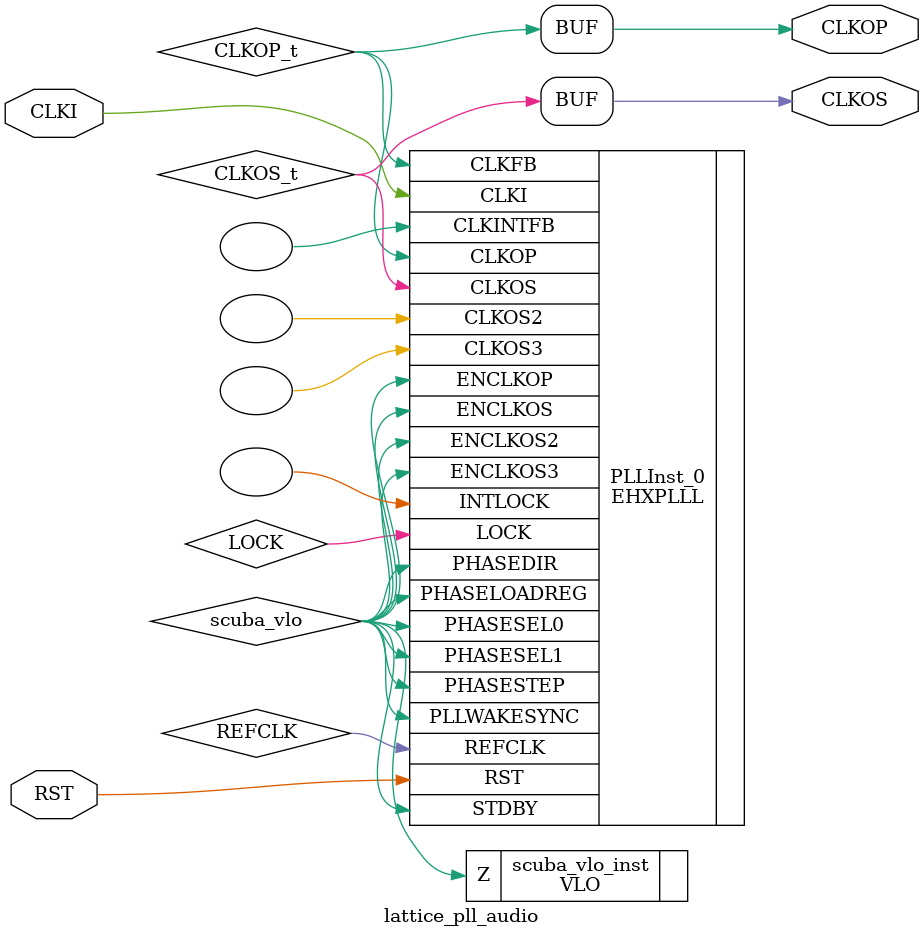
<source format=v>
/* Verilog netlist generated by SCUBA Diamond (64-bit) 3.14.0.75.2 */
/* Module Version: 5.7 */
/* C:\Programme2\Lattice\Diamond\3.14\ispfpga\bin\nt64\scuba.exe -w -n lattice_pll_audio -lang verilog -synth synplify -bus_exp 7 -bb -arch sa5p00 -type pll -fin 49.152 -fclkop 24.576 -fclkop_tol 0.0 -fclkos 12.288 -fclkos_tol 0.0 -phases 0 -phase_cntl STATIC -rst -fb_mode 1 -fdc O:/fpga/lattice/pll/lattice_pll_audio/lattice_pll_audio.fdc  */
/* Sun Jan 04 22:54:31 2026 */


`timescale 1 ns / 1 ps
module lattice_pll_audio (CLKI, RST, CLKOP, CLKOS)/* synthesis NGD_DRC_MASK=1 */;
    input wire CLKI;
    input wire RST;
    output wire CLKOP;
    output wire CLKOS;

    wire REFCLK;
    wire LOCK;
    wire CLKOS_t;
    wire CLKOP_t;
    wire scuba_vhi;
    wire scuba_vlo;

    VHI scuba_vhi_inst (.Z(scuba_vhi));

    VLO scuba_vlo_inst (.Z(scuba_vlo));

    defparam PLLInst_0.PLLRST_ENA = "ENABLED" ;
    defparam PLLInst_0.INTFB_WAKE = "DISABLED" ;
    defparam PLLInst_0.STDBY_ENABLE = "DISABLED" ;
    defparam PLLInst_0.DPHASE_SOURCE = "DISABLED" ;
    defparam PLLInst_0.CLKOS3_FPHASE = 0 ;
    defparam PLLInst_0.CLKOS3_CPHASE = 0 ;
    defparam PLLInst_0.CLKOS2_FPHASE = 0 ;
    defparam PLLInst_0.CLKOS2_CPHASE = 0 ;
    defparam PLLInst_0.CLKOS_FPHASE = 0 ;
    defparam PLLInst_0.CLKOS_CPHASE = 49 ;
    defparam PLLInst_0.CLKOP_FPHASE = 0 ;
    defparam PLLInst_0.CLKOP_CPHASE = 24 ;
    defparam PLLInst_0.PLL_LOCK_MODE = 0 ;
    defparam PLLInst_0.CLKOS_TRIM_DELAY = 0 ;
    defparam PLLInst_0.CLKOS_TRIM_POL = "FALLING" ;
    defparam PLLInst_0.CLKOP_TRIM_DELAY = 0 ;
    defparam PLLInst_0.CLKOP_TRIM_POL = "FALLING" ;
    defparam PLLInst_0.OUTDIVIDER_MUXD = "DIVD" ;
    defparam PLLInst_0.CLKOS3_ENABLE = "DISABLED" ;
    defparam PLLInst_0.OUTDIVIDER_MUXC = "DIVC" ;
    defparam PLLInst_0.CLKOS2_ENABLE = "DISABLED" ;
    defparam PLLInst_0.OUTDIVIDER_MUXB = "DIVB" ;
    defparam PLLInst_0.CLKOS_ENABLE = "ENABLED" ;
    defparam PLLInst_0.OUTDIVIDER_MUXA = "DIVA" ;
    defparam PLLInst_0.CLKOP_ENABLE = "ENABLED" ;
    defparam PLLInst_0.CLKOS3_DIV = 1 ;
    defparam PLLInst_0.CLKOS2_DIV = 1 ;
    defparam PLLInst_0.CLKOS_DIV = 50 ;
    defparam PLLInst_0.CLKOP_DIV = 25 ;
    defparam PLLInst_0.CLKFB_DIV = 1 ;
    defparam PLLInst_0.CLKI_DIV = 2 ;
    defparam PLLInst_0.FEEDBK_PATH = "CLKOP" ;
    EHXPLLL PLLInst_0 (.CLKI(CLKI), .CLKFB(CLKOP_t), .PHASESEL1(scuba_vlo), 
        .PHASESEL0(scuba_vlo), .PHASEDIR(scuba_vlo), .PHASESTEP(scuba_vlo), 
        .PHASELOADREG(scuba_vlo), .STDBY(scuba_vlo), .PLLWAKESYNC(scuba_vlo), 
        .RST(RST), .ENCLKOP(scuba_vlo), .ENCLKOS(scuba_vlo), .ENCLKOS2(scuba_vlo), 
        .ENCLKOS3(scuba_vlo), .CLKOP(CLKOP_t), .CLKOS(CLKOS_t), .CLKOS2(), 
        .CLKOS3(), .LOCK(LOCK), .INTLOCK(), .REFCLK(REFCLK), .CLKINTFB())
             /* synthesis FREQUENCY_PIN_CLKOS="12.288000" */
             /* synthesis FREQUENCY_PIN_CLKOP="24.576000" */
             /* synthesis FREQUENCY_PIN_CLKI="49.152000" */
             /* synthesis ICP_CURRENT="5" */
             /* synthesis LPF_RESISTOR="16" */;

    assign CLKOS = CLKOS_t;
    assign CLKOP = CLKOP_t;


    // exemplar begin
    // exemplar attribute PLLInst_0 FREQUENCY_PIN_CLKOS 12.288000
    // exemplar attribute PLLInst_0 FREQUENCY_PIN_CLKOP 24.576000
    // exemplar attribute PLLInst_0 FREQUENCY_PIN_CLKI 49.152000
    // exemplar attribute PLLInst_0 ICP_CURRENT 5
    // exemplar attribute PLLInst_0 LPF_RESISTOR 16
    // exemplar end

endmodule

</source>
